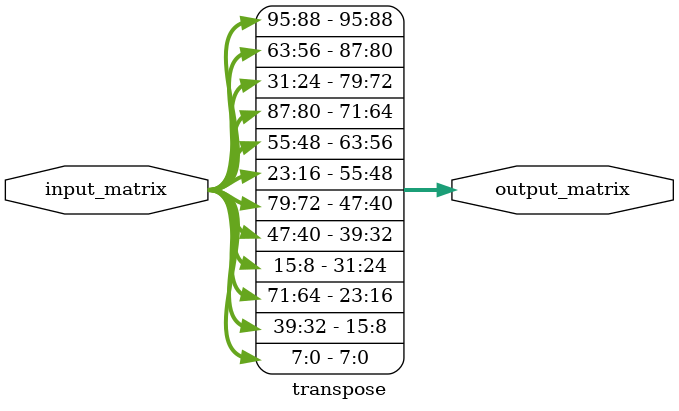
<source format=v>
module transpose
#(
    parameter WIDTH  = 4,
              HEIGHT = 3,
              ELEMENT_WIDTH = 8
)(
    input  [WIDTH*HEIGHT*ELEMENT_WIDTH-1:0] input_matrix,
    output [WIDTH*HEIGHT*ELEMENT_WIDTH-1:0] output_matrix
);

    genvar row, col;
    generate
    for (row=0; row<HEIGHT; row=row+1) begin: ROWS
        for (col=0; col<WIDTH; col=col+1) begin: COLS
            assign output_matrix[col*HEIGHT*ELEMENT_WIDTH + row*ELEMENT_WIDTH+:ELEMENT_WIDTH] 
                 = input_matrix [row*WIDTH *ELEMENT_WIDTH + col*ELEMENT_WIDTH+:ELEMENT_WIDTH];
        end
    end
    endgenerate

endmodule

</source>
